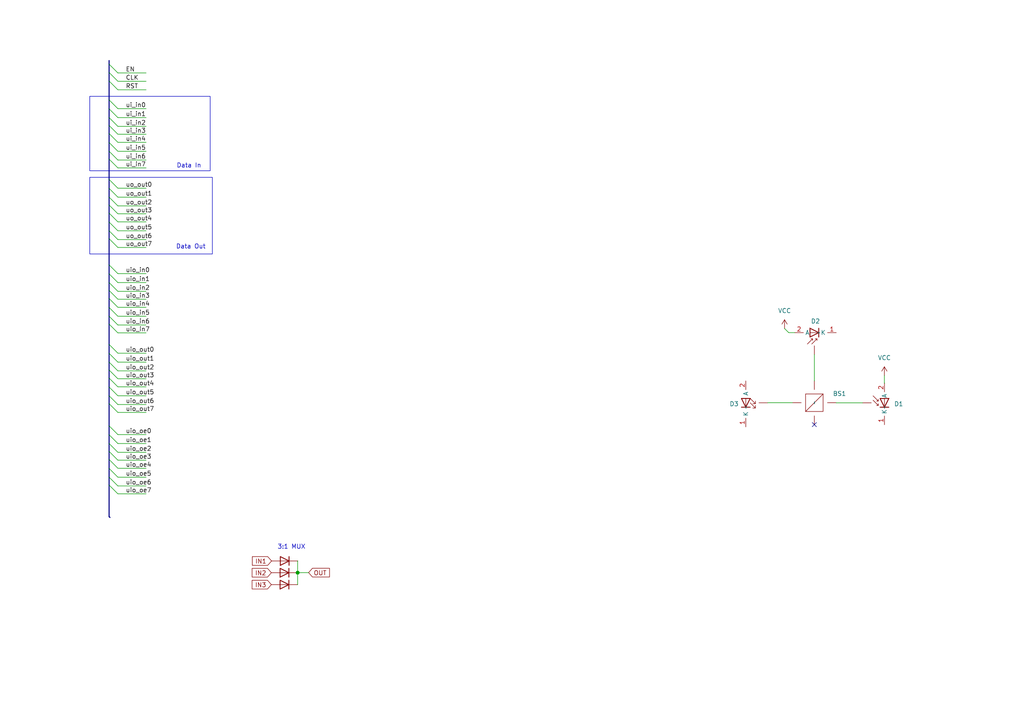
<source format=kicad_sch>
(kicad_sch (version 20230121) (generator eeschema)
  (paper "A4")
  (title_block (title "QRNG") (date "2024-03-01") (rev "v1") (company "NoahGWood (c) 2024"))
  (lib_symbols
    (symbol "Diode:1N4001" (pin_numbers hide) (pin_names hide)
      (property "Reference" "D" (at 0 2.54 0))
      (property "Value" "1N4001" (at 0 -2.54 0))
      (symbol "1N4001_0_1"
        (polyline (pts (xy -1.27 1.27) (xy -1.27 -1.27)) (stroke (width 0.254)))
        (polyline (pts (xy 1.27 0) (xy -1.27 0)))
        (polyline (pts (xy 1.27 1.27) (xy 1.27 -1.27) (xy -1.27 0) (xy 1.27 1.27)) (stroke (width 0.254)))
      )
      (symbol "1N4001_1_1"
        (pin passive line (at -3.81 0 0) (length 2.54) (name "K") (number "1"))
        (pin passive line (at 3.81 0 180) (length 2.54) (name "A") (number "2"))
      )
    )
    (symbol "photonic_structures:BeamSplitter"
      (property "Reference" "BS" (at 7.62 2.54 0))
      (symbol "BeamSplitter_0_1"
        (rectangle (start -2.54 2.54) (end 2.54 -2.54))
        (polyline (pts (xy 2.54 -2.54) (xy -2.54 2.54)))
      )
      (symbol "BeamSplitter_1_1"
        (pin bidirectional line (at -6.35 0 0) (length 2.54) (name "") (number ""))
        (pin bidirectional line (at 0 -6.35 90) (length 2.54) (name "") (number ""))
        (pin bidirectional line (at 0 6.35 270) (length 2.54) (name "") (number ""))
        (pin bidirectional line (at 6.35 0 180) (length 2.54) (name "") (number ""))
      )
    )
    (symbol "photonic_structures:LED"
      (property "Reference" "D" (at 1.27 2.54 0))
      (symbol "LED_0_1"
        (polyline (pts (xy 0 -1.27) (xy 0 1.27)) (stroke (width 0.254)))
        (polyline (pts (xy 0 0) (xy 2.54 0)))
        (polyline (pts (xy 2.54 -1.27) (xy 2.54 1.27) (xy 0 0) (xy 2.54 -1.27)) (stroke (width 0.254)))
        (polyline (pts (xy 1.27 -1.27) (xy -0.254 -2.794) (xy 0.508 -2.794) (xy -0.254 -2.794) (xy -0.254 -2.032)))
        (polyline (pts (xy 2.54 -1.27) (xy 1.016 -2.794) (xy 1.778 -2.794) (xy 1.016 -2.794) (xy 1.016 -2.032)))
      )
      (symbol "LED_1_1"
        (pin bidirectional line (at 1.27 -6.35 90) (length 2.54) (name "") (number ""))
        (pin passive line (at -5.715 0 0) (length 2.54) (name "K") (number "1"))
        (pin passive line (at 7.62 0 180) (length 2.54) (name "A") (number "2"))
      )
    )
    (symbol "photonic_structures:PhotoDiode"
      (property "Reference" "D" (at 1.27 -1.905 0))
      (symbol "PhotoDiode_0_1"
        (polyline (pts (xy 0 1.27) (xy 0 -1.27)) (stroke (width 0.254)))
        (polyline (pts (xy 0.508 1.778) (xy 1.016 1.778)))
        (polyline (pts (xy 2.54 0) (xy 0 0)))
        (polyline (pts (xy 2.032 3.302) (xy 0.508 1.778) (xy 0.508 2.286)))
        (polyline (pts (xy 2.54 -1.27) (xy 2.54 1.27) (xy 0 0) (xy 2.54 -1.27)) (stroke (width 0.254)))
        (polyline (pts (xy 3.302 3.302) (xy 1.778 1.778) (xy 1.778 2.286) (xy 1.778 1.778) (xy 2.286 1.778)))
      )
      (symbol "PhotoDiode_1_1"
        (pin bidirectional line (at 1.27 6.35 270) (length 2.54) (name "") (number ""))
        (pin passive line (at -5.08 0 0) (length 2.54) (name "K") (number "1"))
        (pin passive line (at 6.985 0 180) (length 2.54) (name "A") (number "2"))
      )
    )
    (symbol "power:VCC" (power) (pin_names (offset 0))
      (property "Value" "VCC" (at 0 3.81 0))
      (symbol "VCC_0_1"
        (polyline (pts (xy -0.762 1.27) (xy 0 2.54)))
        (polyline (pts (xy 0 0) (xy 0 2.54)))
        (polyline (pts (xy 0 2.54) (xy 0.762 1.27)))
      )
      (symbol "VCC_1_1"
        (pin power_in line (at 0 0 90) (length 0) hide (name "VCC") (number "1"))
      )
    )
  )
  (junction (at 86.324 166.0844))
  (junction (at 86.324 166.1138))
  (no_connect (at 236.1901 123.1601))
  (bus_entry (at 31.6455 117.0803) (size 2.54 2.54))
  (bus_entry (at 31.6455 91.7223) (size 2.54 2.54))
  (bus_entry (at 31.6455 57.1826) (size 2.54 2.54))
  (bus_entry (at 31.6455 59.4686) (size 2.54 2.54))
  (bus_entry (at 31.6455 138.4058) (size 2.54 2.54))
  (bus_entry (at 31.6455 28.9776) (size 2.54 2.54))
  (bus_entry (at 31.6455 130.9288) (size 2.54 2.54))
  (bus_entry (at 31.6455 99.8983) (size 2.54 2.54))
  (bus_entry (at 31.6455 89.1823) (size 2.54 2.54))
  (bus_entry (at 31.6455 66.9456) (size 2.54 2.54))
  (bus_entry (at 31.6455 84.2453) (size 2.54 2.54))
  (bus_entry (at 31.6455 36.3966) (size 2.54 2.54))
  (bus_entry (at 31.6455 79.4193) (size 2.54 2.54))
  (bus_entry (at 31.6455 23.5102) (size 2.54 2.54))
  (bus_entry (at 31.6455 76.8263) (size 2.54 2.54))
  (bus_entry (at 31.6455 126.1028) (size 2.54 2.54))
  (bus_entry (at 31.6455 86.5893) (size 2.54 2.54))
  (bus_entry (at 31.6455 112.2543) (size 2.54 2.54))
  (bus_entry (at 31.6455 31.5706) (size 2.54 2.54))
  (bus_entry (at 31.6455 94.0083) (size 2.54 2.54))
  (bus_entry (at 31.6455 18.6171) (size 2.54 2.54))
  (bus_entry (at 31.6455 46.1596) (size 2.54 2.54))
  (bus_entry (at 31.6455 38.7406) (size 2.54 2.54))
  (bus_entry (at 31.6455 105.0313) (size 2.54 2.54))
  (bus_entry (at 31.6455 81.9593) (size 2.54 2.54))
  (bus_entry (at 31.6455 52.0496) (size 2.54 2.54))
  (bus_entry (at 31.6455 128.6428) (size 2.54 2.54))
  (bus_entry (at 31.6455 61.8126) (size 2.54 2.54))
  (bus_entry (at 31.6455 140.6918) (size 2.54 2.54))
  (bus_entry (at 31.6455 109.6613) (size 2.54 2.54))
  (bus_entry (at 31.6455 34.1106) (size 2.54 2.54))
  (bus_entry (at 31.6455 54.6426) (size 2.54 2.54))
  (bus_entry (at 31.6455 41.3336) (size 2.54 2.54))
  (bus_entry (at 31.6455 135.8658) (size 2.54 2.54))
  (bus_entry (at 31.6455 133.2728) (size 2.54 2.54))
  (bus_entry (at 31.6455 123.5098) (size 2.54 2.54))
  (bus_entry (at 31.6455 114.7943) (size 2.54 2.54))
  (bus_entry (at 31.6455 21.0286) (size 2.54 2.54))
  (bus_entry (at 31.6455 102.4913) (size 2.54 2.54))
  (bus_entry (at 31.6455 69.2316) (size 2.54 2.54))
  (bus_entry (at 31.6455 43.8736) (size 2.54 2.54))
  (bus_entry (at 31.6455 64.4056) (size 2.54 2.54))
  (bus_entry (at 31.6455 107.3173) (size 2.54 2.54))
  (wire (pts (xy 228.7533 96.482) (xy 227.5533 95.282)))
  (bus (pts (xy 31.6455 21.0286) (xy 31.6455 23.5102)))
  (bus (pts (xy 31.6455 135.8658) (xy 31.6455 138.4058)))
  (wire (pts (xy 34.1855 43.8736) (xy 42.3751 43.8736)))
  (wire (pts (xy 34.1855 126.0498) (xy 42.3751 126.0498)))
  (bus (pts (xy 31.6455 94.0083) (xy 31.6455 99.8983)))
  (wire (pts (xy 34.1855 133.4688) (xy 42.3751 133.4688)))
  (wire (pts (xy 34.1855 71.7716) (xy 42.3751 71.7716)))
  (wire (pts (xy 34.1855 91.7223) (xy 42.3751 91.7223)))
  (bus (pts (xy 31.6455 99.8983) (xy 31.6455 102.4913)))
  (wire (pts (xy 34.1855 54.5896) (xy 42.3751 54.5896)))
  (wire (pts (xy 34.1855 96.5483) (xy 42.3751 96.5483)))
  (wire (pts (xy 34.1855 112.2013) (xy 42.3751 112.2013)))
  (bus (pts (xy 31.6455 91.7223) (xy 31.6455 94.0083)))
  (bus (pts (xy 31.6455 61.8126) (xy 31.6455 64.4056)))
  (wire (pts (xy 34.1855 138.4058) (xy 42.3751 138.4058)))
  (bus (pts (xy 31.6455 69.2316) (xy 31.6455 76.8263)))
  (bus (pts (xy 31.6455 89.1823) (xy 31.6455 91.7223)))
  (wire (pts (xy 34.1855 21.1571) (xy 42.3751 21.1571)))
  (wire (pts (xy 86.324 162.7612) (xy 86.3797 162.7055)))
  (bus (pts (xy 31.6455 28.9776) (xy 31.6455 31.5706)))
  (wire (pts (xy 34.1855 128.6428) (xy 42.3751 128.6428)))
  (bus (pts (xy 31.6455 130.9288) (xy 31.6455 133.2728)))
  (wire (pts (xy 256.5061 111.1017) (xy 256.5294 111.125)))
  (wire (pts (xy 34.1855 69.4856) (xy 42.3751 69.4856)))
  (bus (pts (xy 31.6455 140.6918) (xy 31.6455 149.8366)))
  (bus (pts (xy 31.6455 64.4056) (xy 31.6455 66.9456)))
  (wire (pts (xy 34.1855 31.5176) (xy 42.3751 31.5176)))
  (wire (pts (xy 34.1855 41.2806) (xy 42.3751 41.2806)))
  (bus (pts (xy 31.6455 57.1826) (xy 31.6455 59.4686)))
  (wire (pts (xy 34.1855 135.8128) (xy 42.3751 135.8128)))
  (wire (pts (xy 34.1855 48.6996) (xy 42.3751 48.6996)))
  (wire (pts (xy 86.324 166.0844) (xy 89.5086 166.0844)))
  (wire (pts (xy 250.1794 116.84) (xy 242.57 116.84)))
  (wire (pts (xy 34.1855 102.4383) (xy 42.3751 102.4383)))
  (wire (pts (xy 34.1855 23.5686) (xy 42.3751 23.5686)))
  (wire (pts (xy 34.1855 26.0502) (xy 42.3751 26.0502)))
  (bus (pts (xy 31.6455 133.2728) (xy 31.6455 135.8658)))
  (wire (pts (xy 34.1855 107.5713) (xy 42.3751 107.5713)))
  (wire (pts (xy 236.2019 110.4483) (xy 236.1901 110.4601)))
  (wire (pts (xy 34.1855 117.3343) (xy 42.3751 117.3343)))
  (bus (pts (xy 31.6455 23.5102) (xy 31.6455 28.9776)))
  (wire (pts (xy 34.1855 36.6506) (xy 42.3751 36.6506)))
  (bus (pts (xy 31.6455 114.7943) (xy 31.6455 117.0803)))
  (wire (pts (xy 34.1855 109.8573) (xy 42.3751 109.8573)))
  (wire (pts (xy 34.1855 114.7943) (xy 42.3751 114.7943)))
  (bus (pts (xy 31.6455 128.6428) (xy 31.6455 130.9288)))
  (wire (pts (xy 34.1855 143.2318) (xy 42.3751 143.2318)))
  (wire (pts (xy 86.324 166.1138) (xy 86.324 169.5635)))
  (bus (pts (xy 31.6455 112.2543) (xy 31.6455 114.7943)))
  (wire (pts (xy 34.1855 131.1828) (xy 42.3751 131.1828)))
  (bus (pts (xy 31.6455 105.0313) (xy 31.6455 107.3173)))
  (bus (pts (xy 31.6455 123.5098) (xy 31.6455 126.1028)))
  (wire (pts (xy 34.1855 94.2623) (xy 42.3751 94.2623)))
  (wire (pts (xy 229.8401 116.8101) (xy 222.6885 116.8101)))
  (wire (pts (xy 34.1855 81.9593) (xy 42.3751 81.9593)))
  (bus (pts (xy 31.6455 43.8736) (xy 31.6455 46.1596)))
  (bus (pts (xy 31.6455 41.3336) (xy 31.6455 43.8736)))
  (wire (pts (xy 34.1855 62.0086) (xy 42.3751 62.0086)))
  (wire (pts (xy 34.1855 59.7226) (xy 42.3751 59.7226)))
  (bus (pts (xy 31.6455 59.4686) (xy 31.6455 61.8126)))
  (wire (pts (xy 34.1855 66.9456) (xy 42.3751 66.9456)))
  (bus (pts (xy 31.6455 76.8263) (xy 31.6455 79.4193)))
  (wire (pts (xy 34.1855 86.7853) (xy 42.3751 86.7853)))
  (bus (pts (xy 31.6455 107.3173) (xy 31.6455 109.6613)))
  (bus (pts (xy 31.6455 86.5893) (xy 31.6455 89.1823)))
  (bus (pts (xy 31.6455 31.5706) (xy 31.6455 34.1106)))
  (bus (pts (xy 31.6455 102.4913) (xy 31.6455 105.0313)))
  (wire (pts (xy 230.4869 96.482) (xy 228.7533 96.482)))
  (wire (pts (xy 34.1855 34.1106) (xy 42.3751 34.1106)))
  (bus (pts (xy 31.6455 17.5664) (xy 31.6455 18.6171)))
  (bus (pts (xy 31.6455 126.1028) (xy 31.6455 128.6428)))
  (bus (pts (xy 31.6455 84.2453) (xy 31.6455 86.5893)))
  (wire (pts (xy 34.1855 89.1293) (xy 42.3751 89.1293)))
  (bus (pts (xy 31.6455 81.9593) (xy 31.6455 84.2453)))
  (bus (pts (xy 31.6455 138.4058) (xy 31.6455 140.6918)))
  (wire (pts (xy 34.1855 64.3526) (xy 42.3751 64.3526)))
  (bus (pts (xy 31.6455 149.8366) (xy 31.9005 150.0916)))
  (bus (pts (xy 31.6455 54.6426) (xy 31.6455 57.1826)))
  (bus (pts (xy 31.6455 52.0496) (xy 31.6455 54.6426)))
  (wire (pts (xy 222.6885 116.8101) (xy 222.6653 116.8333)))
  (wire (pts (xy 86.324 166.1138) (xy 86.324 166.0844)))
  (bus (pts (xy 31.6455 66.9456) (xy 31.6455 69.2316)))
  (bus (pts (xy 31.6455 79.4193) (xy 31.6455 81.9593)))
  (wire (pts (xy 34.1855 105.0313) (xy 42.3751 105.0313)))
  (bus (pts (xy 31.6455 36.3966) (xy 31.6455 38.7406)))
  (wire (pts (xy 236.2019 102.832) (xy 236.2019 110.4483)))
  (wire (pts (xy 86.324 166.0844) (xy 86.324 162.7612)))
  (wire (pts (xy 34.1855 140.9458) (xy 42.3751 140.9458)))
  (wire (pts (xy 34.1855 119.6203) (xy 42.3751 119.6203)))
  (bus (pts (xy 31.6455 117.0803) (xy 31.6455 123.5098)))
  (bus (pts (xy 31.6455 46.1596) (xy 31.6455 52.0496)))
  (wire (pts (xy 34.1855 38.9366) (xy 42.3751 38.9366)))
  (bus (pts (xy 31.6455 34.1106) (xy 31.6455 36.3966)))
  (wire (pts (xy 256.5061 108.9224) (xy 256.5061 111.1017)))
  (wire (pts (xy 34.1855 57.1826) (xy 42.3751 57.1826)))
  (wire (pts (xy 86.324 169.5635) (xy 86.3186 169.5689)))
  (wire (pts (xy 242.57 116.84) (xy 242.5401 116.8101)))
  (wire (pts (xy 34.1855 84.4993) (xy 42.3751 84.4993)))
  (wire (pts (xy 34.1855 79.3663) (xy 42.3751 79.3663)))
  (bus (pts (xy 31.6455 18.6171) (xy 31.6455 21.0286)))
  (wire (pts (xy 34.1855 46.4136) (xy 42.3751 46.4136)))
  (bus (pts (xy 31.6455 38.7406) (xy 31.6455 41.3336)))
  (bus (pts (xy 31.6455 109.6613) (xy 31.6455 112.2543)))
  (rectangle (start 26.035 27.94) (end 60.96 49.53))
  (rectangle (start 26.035 51.435) (end 61.595 73.66))
  (text "Data In" (at 58.42 48.895 0) (effects (font (size 1.27 1.27)) (justify right bottom)))
  (text "Data Out" (at 59.69 72.39 0) (effects (font (size 1.27 1.27)) (justify right bottom)))
  (text "3:1 MUX" (at 80.4533 159.4723 0) (effects (font (size 1.27 1.27)) (justify left bottom)))
  (label "uio_out6" (at 36.4437 117.3343 0))
  (label "uio_out7" (at 36.4437 119.6203 0))
  (label "uo_out5" (at 36.4437 66.9456 0))
  (label "uo_out2" (at 36.4437 59.7226 0))
  (label "uo_out4" (at 36.4437 64.3526 0))
  (label "ui_in2" (at 36.4437 36.6506 0))
  (label "uio_oe0" (at 36.4437 126.0498 0))
  (label "uo_out6" (at 36.4437 69.4856 0))
  (label "ui_in3" (at 36.4437 38.9366 0))
  (label "uio_out3" (at 36.4437 109.8573 0))
  (label "uio_oe3" (at 36.4437 133.4688 0))
  (label "uo_out3" (at 36.4437 62.0086 0))
  (label "uio_oe1" (at 36.4437 128.6428 0))
  (label "uio_in7" (at 36.4437 96.5483 0))
  (label "uio_out1" (at 36.4437 105.0313 0))
  (label "uio_out0" (at 36.4437 102.4383 0))
  (label "ui_in5" (at 36.4437 43.8736 0))
  (label "uio_out4" (at 36.4437 112.2013 0))
  (label "ui_in1" (at 36.4437 34.1106 0))
  (label "uio_out5" (at 36.4437 114.7943 0))
  (label "uio_in4" (at 36.4437 89.1293 0))
  (label "uio_in0" (at 36.4437 79.3663 0))
  (label "uio_in5" (at 36.4437 91.7223 0))
  (label "uio_oe4" (at 36.4437 135.8128 0))
  (label "uio_out2" (at 36.4437 107.5713 0))
  (label "EN" (at 36.4437 21.1571 0))
  (label "uo_out7" (at 36.4437 71.7716 0))
  (label "uio_oe5" (at 36.4437 138.4058 0))
  (label "ui_in4" (at 36.4437 41.2806 0))
  (label "uio_in1" (at 36.4437 81.9593 0))
  (label "ui_in0" (at 36.4437 31.5176 0))
  (label "uio_in3" (at 36.4437 86.7853 0))
  (label "uio_in2" (at 36.4437 84.4993 0))
  (label "ui_in6" (at 36.4437 46.4136 0))
  (label "uio_oe2" (at 36.4437 131.1828 0))
  (label "uio_in6" (at 36.4437 94.2623 0))
  (label "uo_out1" (at 36.4437 57.1826 0))
  (label "RST" (at 36.4437 26.0502 0))
  (label "ui_in7" (at 36.4437 48.6996 0))
  (label "uio_oe7" (at 36.4437 143.2318 0))
  (label "uo_out0" (at 36.4437 54.5896 0))
  (label "CLK" (at 36.4437 23.5686 0))
  (label "uio_oe6" (at 36.4437 140.9458 0))
  (global_label "IN1" (shape input) (at 78.7597 162.7055 180) (property "Intersheetrefs" "${INTERSHEET_REFS}" (effects hide)))
  (global_label "IN3" (shape input) (at 78.6986 169.5689 180) (property "Intersheetrefs" "${INTERSHEET_REFS}" (effects hide)))
  (global_label "OUT" (shape input) (at 89.5086 166.0844 0) (property "Intersheetrefs" "${INTERSHEET_REFS}" (effects hide)))
  (global_label "IN2" (shape input) (at 78.704 166.1138 180) (property "Intersheetrefs" "${INTERSHEET_REFS}" (effects hide)))
  (symbol (lib_id "power:VCC") (at 227.5533 95.282 0) (unit 1)
    (property "Reference" "#PWR01" (effects hide))
    (property "Value" "VCC" (at 227.5533 90.1356 0))
  )
  (symbol (lib_id "photonic_structures:BeamSplitter") (at 236.1901 116.8101 270) (unit 1)
    (property "Reference" "BS1" (at 243.4908 114.1684 90))
    (property "Value" "~" (at 236.1901 116.8101 0))
  )
  (symbol (lib_id "photonic_structures:PhotoDiode") (at 237.4719 96.482 180) (unit 1)
    (property "Reference" "D2" (at 236.5194 93.1634 0))
    (property "Value" "~" (at 237.4719 96.482 0))
  )
  (symbol (lib_id "power:VCC") (at 256.5061 108.9224 0) (unit 1)
    (property "Reference" "#PWR02" (effects hide))
    (property "Value" "VCC" (at 256.5061 103.776 0))
  )
  (symbol (lib_id "photonic_structures:PhotoDiode") (at 256.5294 118.11 90) (unit 1)
    (property "Reference" "D1" (at 259.3113 117.1575 90) (effects (justify right)))
    (property "Value" "~" (at 256.5294 118.11 0))
  )
  (symbol (lib_id "Diode:1N4001") (at 82.514 166.1138 180) (unit 1)
    (property "Reference" "D4" (effects hide))
    (property "Value" "1N4001" (effects hide))
    (property "Footprint" "Diode_THT:D_DO-41_SOD81_P10.16mm_Horizontal" (effects hide))
    (property "Datasheet" "http://www.vishay.com/docs/88503/1n4001.pdf" (effects hide))
    (property "Sim.Device" "D" (effects hide))
    (property "Sim.Pins" "1=K 2=A" (effects hide))
  )
  (symbol (lib_id "photonic_structures:LED") (at 216.3153 118.1033 90) (unit 1)
    (property "Reference" "D3" (at 214.2693 117.1508 90) (effects (justify left)))
    (property "Value" "~" (at 216.3153 118.1033 0))
  )
  (symbol (lib_id "Diode:1N4001") (at 82.5086 169.5689 180) (unit 1)
    (property "Reference" "D6" (effects hide))
    (property "Value" "1N4001" (effects hide))
    (property "Footprint" "Diode_THT:D_DO-41_SOD81_P10.16mm_Horizontal" (effects hide))
    (property "Datasheet" "http://www.vishay.com/docs/88503/1n4001.pdf" (effects hide))
    (property "Sim.Device" "D" (effects hide))
    (property "Sim.Pins" "1=K 2=A" (effects hide))
  )
  (symbol (lib_id "Diode:1N4001") (at 82.5697 162.7055 180) (unit 1)
    (property "Reference" "D5" (effects hide))
    (property "Value" "1N4001" (effects hide))
    (property "Footprint" "Diode_THT:D_DO-41_SOD81_P10.16mm_Horizontal" (effects hide))
    (property "Datasheet" "http://www.vishay.com/docs/88503/1n4001.pdf" (effects hide))
    (property "Sim.Device" "D" (effects hide))
    (property "Sim.Pins" "1=K 2=A" (effects hide))
  )
  (sheet (at 306.0681 67.9289) (size 49.5319 31.1311) (stroke (width 0.1524))
    (property "Sheetname" "UnitaryGates" (at 306.0681 67.2173 0) (effects (justify left bottom)))
    (property "Sheetfile" "UnitaryGates.kicad_sch" (at 306.0681 99.6446 0) (effects (justify left top)))
  )
)
</source>
